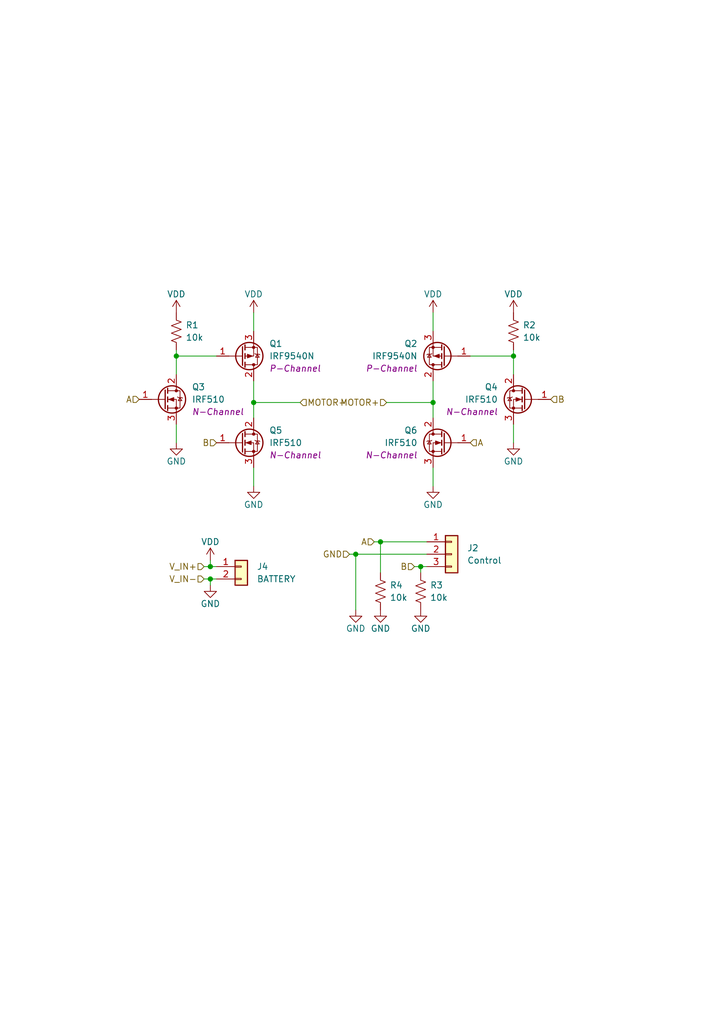
<source format=kicad_sch>
(kicad_sch (version 20230121) (generator eeschema)
  (paper "A5" portrait)
  (title_block (title "Puente H") (date "2024-01-11") (rev "v2.0") (company "Grupo 33 - Sistemas Electrónicos Digitales") (comment 1 "Adrián Teixeira de Uña") (comment 2 "Bogurad Barañski Barañska") (comment 3 "Juan Nicolás Jiménez Pérez"))
  (lib_symbols
    (symbol "Connector_Generic:Conn_01x02" (pin_names (offset 1.016) hide)
      (property "Reference" "J" (at 0 2.54 0))
      (property "Value" "Conn_01x02" (at 0 -5.08 0))
      (symbol "Conn_01x02_1_1"
        (rectangle (start -1.27 -2.413) (end 0 -2.667) (stroke (width 0.1524)))
        (rectangle (start -1.27 0.127) (end 0 -0.127) (stroke (width 0.1524)))
        (rectangle (start -1.27 1.27) (end 1.27 -3.81) (stroke (width 0.254)) (fill (type background)))
        (pin passive line (at -5.08 0 0) (length 3.81) (name "Pin_1") (number "1"))
        (pin passive line (at -5.08 -2.54 0) (length 3.81) (name "Pin_2") (number "2"))
      )
    )
    (symbol "Connector_Generic:Conn_01x03" (pin_names (offset 1.016) hide)
      (property "Reference" "J" (at 0 5.08 0))
      (property "Value" "Conn_01x03" (at 0 -5.08 0))
      (symbol "Conn_01x03_1_1"
        (rectangle (start -1.27 -2.413) (end 0 -2.667) (stroke (width 0.1524)))
        (rectangle (start -1.27 0.127) (end 0 -0.127) (stroke (width 0.1524)))
        (rectangle (start -1.27 2.667) (end 0 2.413) (stroke (width 0.1524)))
        (rectangle (start -1.27 3.81) (end 1.27 -3.81) (stroke (width 0.254)) (fill (type background)))
        (pin passive line (at -5.08 2.54 0) (length 3.81) (name "Pin_1") (number "1"))
        (pin passive line (at -5.08 0 0) (length 3.81) (name "Pin_2") (number "2"))
        (pin passive line (at -5.08 -2.54 0) (length 3.81) (name "Pin_3") (number "3"))
      )
    )
    (symbol "Device:R_US" (pin_numbers hide) (pin_names (offset 0))
      (property "Reference" "R" (at 2.54 0 90))
      (property "Value" "R_US" (at -2.54 0 90))
      (symbol "R_US_0_1"
        (polyline (pts (xy 0 -2.286) (xy 0 -2.54)))
        (polyline (pts (xy 0 2.286) (xy 0 2.54)))
        (polyline (pts (xy 0 -0.762) (xy 1.016 -1.143) (xy 0 -1.524) (xy -1.016 -1.905) (xy 0 -2.286)))
        (polyline (pts (xy 0 0.762) (xy 1.016 0.381) (xy 0 0) (xy -1.016 -0.381) (xy 0 -0.762)))
        (polyline (pts (xy 0 2.286) (xy 1.016 1.905) (xy 0 1.524) (xy -1.016 1.143) (xy 0 0.762)))
      )
      (symbol "R_US_1_1"
        (pin passive line (at 0 3.81 270) (length 1.27) (name "~") (number "1"))
        (pin passive line (at 0 -3.81 90) (length 1.27) (name "~") (number "2"))
      )
    )
    (symbol "Transistor_FET:IRF540N" (pin_names hide)
      (property "Reference" "Q" (at 6.35 1.905 0))
      (property "Value" "IRF540N" (at 6.35 0 0))
      (symbol "IRF540N_0_1"
        (polyline (pts (xy 0.254 0) (xy -2.54 0)))
        (polyline (pts (xy 0.254 1.905) (xy 0.254 -1.905)) (stroke (width 0.254)))
        (polyline (pts (xy 0.762 -1.27) (xy 0.762 -2.286)) (stroke (width 0.254)))
        (polyline (pts (xy 0.762 0.508) (xy 0.762 -0.508)) (stroke (width 0.254)))
        (polyline (pts (xy 0.762 2.286) (xy 0.762 1.27)) (stroke (width 0.254)))
        (polyline (pts (xy 2.54 2.54) (xy 2.54 1.778)))
        (polyline (pts (xy 2.54 -2.54) (xy 2.54 0) (xy 0.762 0)))
        (polyline (pts (xy 0.762 -1.778) (xy 3.302 -1.778) (xy 3.302 1.778) (xy 0.762 1.778)))
        (polyline (pts (xy 1.016 0) (xy 2.032 0.381) (xy 2.032 -0.381) (xy 1.016 0)) (fill (type outline)))
        (polyline (pts (xy 2.794 0.508) (xy 2.921 0.381) (xy 3.683 0.381) (xy 3.81 0.254)))
        (polyline (pts (xy 3.302 0.381) (xy 2.921 -0.254) (xy 3.683 -0.254) (xy 3.302 0.381)))
        (circle (center 1.651 0) (radius 2.794) (stroke (width 0.254)))
        (circle (center 2.54 -1.778) (radius 0.254) (fill (type outline)))
        (circle (center 2.54 1.778) (radius 0.254) (fill (type outline)))
      )
      (symbol "IRF540N_1_1"
        (pin input line (at -5.08 0 0) (length 2.54) (name "G") (number "1"))
        (pin passive line (at 2.54 5.08 270) (length 2.54) (name "D") (number "2"))
        (pin passive line (at 2.54 -5.08 90) (length 2.54) (name "S") (number "3"))
      )
    )
    (symbol "Transistor_FET:IRF9540N" (pin_names hide)
      (property "Reference" "Q" (at 5.08 1.905 0))
      (property "Value" "IRF9540N" (at 5.08 0 0))
      (symbol "IRF9540N_0_1"
        (polyline (pts (xy 0.254 0) (xy -2.54 0)))
        (polyline (pts (xy 0.254 1.905) (xy 0.254 -1.905)) (stroke (width 0.254)))
        (polyline (pts (xy 0.762 -1.27) (xy 0.762 -2.286)) (stroke (width 0.254)))
        (polyline (pts (xy 0.762 0.508) (xy 0.762 -0.508)) (stroke (width 0.254)))
        (polyline (pts (xy 0.762 2.286) (xy 0.762 1.27)) (stroke (width 0.254)))
        (polyline (pts (xy 2.54 2.54) (xy 2.54 1.778)))
        (polyline (pts (xy 2.54 -2.54) (xy 2.54 0) (xy 0.762 0)))
        (polyline (pts (xy 0.762 1.778) (xy 3.302 1.778) (xy 3.302 -1.778) (xy 0.762 -1.778)))
        (polyline (pts (xy 2.286 0) (xy 1.27 0.381) (xy 1.27 -0.381) (xy 2.286 0)) (fill (type outline)))
        (polyline (pts (xy 2.794 -0.508) (xy 2.921 -0.381) (xy 3.683 -0.381) (xy 3.81 -0.254)))
        (polyline (pts (xy 3.302 -0.381) (xy 2.921 0.254) (xy 3.683 0.254) (xy 3.302 -0.381)))
        (circle (center 1.651 0) (radius 2.794) (stroke (width 0.254)))
        (circle (center 2.54 -1.778) (radius 0.254) (fill (type outline)))
        (circle (center 2.54 1.778) (radius 0.254) (fill (type outline)))
      )
      (symbol "IRF9540N_1_1"
        (pin input line (at -5.08 0 0) (length 2.54) (name "G") (number "1"))
        (pin passive line (at 2.54 5.08 270) (length 2.54) (name "D") (number "2"))
        (pin passive line (at 2.54 -5.08 90) (length 2.54) (name "S") (number "3"))
      )
    )
    (symbol "power:GND" (power) (pin_names (offset 0))
      (property "Value" "GND" (at 0 -3.81 0))
      (symbol "GND_0_1"
        (polyline (pts (xy 0 0) (xy 0 -1.27) (xy 1.27 -1.27) (xy 0 -2.54) (xy -1.27 -1.27) (xy 0 -1.27)))
      )
      (symbol "GND_1_1"
        (pin power_in line (at 0 0 270) (length 0) hide (name "GND") (number "1"))
      )
    )
    (symbol "power:VDD" (power) (pin_names (offset 0))
      (property "Value" "VDD" (at 0 3.81 0))
      (symbol "VDD_0_1"
        (polyline (pts (xy -0.762 1.27) (xy 0 2.54)))
        (polyline (pts (xy 0 0) (xy 0 2.54)))
        (polyline (pts (xy 0 2.54) (xy 0.762 1.27)))
      )
      (symbol "VDD_1_1"
        (pin power_in line (at 0 0 90) (length 0) hide (name "VDD") (number "1"))
      )
    )
  )
  (junction (at 88.9 82.55))
  (junction (at 86.36 116.205))
  (junction (at 73.025 113.665))
  (junction (at 36.195 73.025))
  (junction (at 43.18 116.205))
  (junction (at 52.07 82.55))
  (junction (at 105.41 73.025))
  (junction (at 43.18 118.745))
  (junction (at 78.105 111.125))
  (wire (pts (xy 36.195 73.025) (xy 44.45 73.025)))
  (wire (pts (xy 88.9 78.105) (xy 88.9 82.55)))
  (wire (pts (xy 86.36 116.205) (xy 86.36 117.475)))
  (wire (pts (xy 78.105 111.125) (xy 78.105 117.475)))
  (wire (pts (xy 52.07 82.55) (xy 61.595 82.55)))
  (wire (pts (xy 78.105 111.125) (xy 87.63 111.125)))
  (wire (pts (xy 52.07 99.695) (xy 52.07 95.885)))
  (wire (pts (xy 43.18 118.745) (xy 43.18 120.015)))
  (wire (pts (xy 43.18 116.205) (xy 44.45 116.205)))
  (wire (pts (xy 36.195 73.025) (xy 36.195 76.835)))
  (wire (pts (xy 88.9 99.695) (xy 88.9 95.885)))
  (wire (pts (xy 43.18 116.205) (xy 43.18 114.935)))
  (wire (pts (xy 76.835 111.125) (xy 78.105 111.125)))
  (wire (pts (xy 52.07 82.55) (xy 52.07 85.725)))
  (wire (pts (xy 105.41 71.755) (xy 105.41 73.025)))
  (wire (pts (xy 85.09 116.205) (xy 86.36 116.205)))
  (wire (pts (xy 52.07 64.135) (xy 52.07 67.945)))
  (wire (pts (xy 88.9 82.55) (xy 88.9 85.725)))
  (wire (pts (xy 41.91 116.205) (xy 43.18 116.205)))
  (wire (pts (xy 36.195 71.755) (xy 36.195 73.025)))
  (wire (pts (xy 52.07 78.105) (xy 52.07 82.55)))
  (wire (pts (xy 71.755 113.665) (xy 73.025 113.665)))
  (wire (pts (xy 73.025 113.665) (xy 73.025 125.095)))
  (wire (pts (xy 73.025 113.665) (xy 87.63 113.665)))
  (wire (pts (xy 41.91 118.745) (xy 43.18 118.745)))
  (wire (pts (xy 105.41 76.835) (xy 105.41 73.025)))
  (wire (pts (xy 88.9 82.55) (xy 79.375 82.55)))
  (wire (pts (xy 88.9 64.135) (xy 88.9 67.945)))
  (wire (pts (xy 44.45 118.745) (xy 43.18 118.745)))
  (wire (pts (xy 36.195 90.805) (xy 36.195 86.995)))
  (wire (pts (xy 86.36 116.205) (xy 87.63 116.205)))
  (wire (pts (xy 105.41 90.805) (xy 105.41 86.995)))
  (wire (pts (xy 96.52 73.025) (xy 105.41 73.025)))
  (hierarchical_label "V_IN-" (shape input) (at 41.91 118.745 180))
  (hierarchical_label "B" (shape input) (at 85.09 116.205 180))
  (hierarchical_label "V_IN+" (shape input) (at 41.91 116.205 180))
  (hierarchical_label "A" (shape input) (at 76.835 111.125 180))
  (hierarchical_label "GND" (shape input) (at 71.755 113.665 180))
  (hierarchical_label "MOTOR-" (shape input) (at 61.595 82.55 0))
  (hierarchical_label "B" (shape input) (at 113.03 81.915 0))
  (hierarchical_label "B" (shape input) (at 44.45 90.805 180))
  (hierarchical_label "MOTOR+" (shape input) (at 79.375 82.55 180))
  (hierarchical_label "A" (shape input) (at 28.575 81.915 180))
  (hierarchical_label "A" (shape input) (at 96.52 90.805 0))
  (symbol (lib_id "Device:R_US") (at 86.36 121.285 0) (unit 1)
    (property "Reference" "R3" (at 88.265 120.015 0) (effects (justify left)))
    (property "Value" "10k" (at 88.265 122.555 0) (effects (justify left)))
    (property "Footprint" "Resistor_THT:R_Axial_DIN0309_L9.0mm_D3.2mm_P12.70mm_Horizontal" (effects hide))
  )
  (symbol (lib_id "Transistor_FET:IRF540N") (at 33.655 81.915 0) (unit 1)
    (property "Reference" "Q3" (at 39.37 79.375 0) (effects (justify left)))
    (property "Value" "IRF510" (at 39.37 81.915 0) (effects (justify left)))
    (property "Footprint" "Package_TO_SOT_THT:TO-220-3_Horizontal_TabDown" (effects hide))
    (property "Datasheet" "http://www.irf.com/product-info/datasheets/data/irf540n.pdf" (effects hide))
    (property "Comment" "N-Channel" (at 39.37 84.455 0) (effects (font italic) (justify left)))
  )
  (symbol (lib_id "power:VDD") (at 88.9 64.135 0) (unit 1)
    (property "Reference" "#PWR03" (effects hide))
    (property "Value" "VDD" (at 88.9 60.325 0))
  )
  (symbol (lib_id "Device:R_US") (at 78.105 121.285 0) (unit 1)
    (property "Reference" "R4" (at 80.01 120.015 0) (effects (justify left)))
    (property "Value" "10k" (at 80.01 122.555 0) (effects (justify left)))
    (property "Footprint" "Resistor_THT:R_Axial_DIN0309_L9.0mm_D3.2mm_P12.70mm_Horizontal" (effects hide))
  )
  (symbol (lib_id "power:GND") (at 86.36 125.095 0) (unit 1)
    (property "Reference" "#PWR05" (effects hide))
    (property "Value" "GND" (at 86.36 128.905 0))
  )
  (symbol (lib_id "Transistor_FET:IRF9540N") (at 49.53 73.025 0) (mirror x) (unit 1)
    (property "Reference" "Q1" (at 55.245 70.485 0) (effects (justify left)))
    (property "Value" "IRF9540N" (at 55.245 73.025 0) (effects (justify left)))
    (property "Footprint" "Package_TO_SOT_THT:TO-220-3_Horizontal_TabDown" (effects hide))
    (property "Datasheet" "http://www.irf.com/product-info/datasheets/data/irf9540n.pdf" (effects hide))
    (property "Comment" "P-Channel" (at 55.245 75.565 0) (effects (font italic) (justify left)))
  )
  (symbol (lib_id "power:VDD") (at 105.41 64.135 0) (unit 1)
    (property "Reference" "#PWR04" (effects hide))
    (property "Value" "VDD" (at 105.41 60.325 0))
  )
  (symbol (lib_id "Device:R_US") (at 105.41 67.945 0) (unit 1)
    (property "Reference" "R2" (at 107.315 66.675 0) (effects (justify left)))
    (property "Value" "10k" (at 107.315 69.215 0) (effects (justify left)))
    (property "Footprint" "Resistor_THT:R_Axial_DIN0309_L9.0mm_D3.2mm_P12.70mm_Horizontal" (effects hide))
  )
  (symbol (lib_id "power:GND") (at 52.07 99.695 0) (unit 1)
    (property "Reference" "#PWR010" (effects hide))
    (property "Value" "GND" (at 52.07 103.505 0))
  )
  (symbol (lib_id "power:VDD") (at 36.195 64.135 0) (unit 1)
    (property "Reference" "#PWR01" (effects hide))
    (property "Value" "VDD" (at 36.195 60.325 0))
  )
  (symbol (lib_id "power:GND") (at 43.18 120.015 0) (unit 1)
    (property "Reference" "#PWR014" (effects hide))
    (property "Value" "GND" (at 43.18 123.825 0))
  )
  (symbol (lib_id "Connector_Generic:Conn_01x03") (at 92.71 113.665 0) (unit 1)
    (property "Reference" "J2" (at 95.885 112.3949 0) (effects (justify left)))
    (property "Value" "Control" (at 95.885 114.9349 0) (effects (justify left)))
    (property "Footprint" "Connector_PinHeader_2.54mm:PinHeader_1x03_P2.54mm_Vertical" (effects hide))
  )
  (symbol (lib_id "Transistor_FET:IRF540N") (at 49.53 90.805 0) (unit 1)
    (property "Reference" "Q5" (at 55.245 88.265 0) (effects (justify left)))
    (property "Value" "IRF510" (at 55.245 90.805 0) (effects (justify left)))
    (property "Footprint" "Package_TO_SOT_THT:TO-220-3_Horizontal_TabDown" (effects hide))
    (property "Datasheet" "http://www.irf.com/product-info/datasheets/data/irf540n.pdf" (effects hide))
    (property "Comment" "N-Channel" (at 55.245 93.345 0) (effects (font italic) (justify left)))
  )
  (symbol (lib_id "power:VDD") (at 52.07 64.135 0) (unit 1)
    (property "Reference" "#PWR02" (effects hide))
    (property "Value" "VDD" (at 52.07 60.325 0))
  )
  (symbol (lib_id "power:GND") (at 105.41 90.805 0) (unit 1)
    (property "Reference" "#PWR07" (effects hide))
    (property "Value" "GND" (at 105.41 94.615 0))
  )
  (symbol (lib_id "Connector_Generic:Conn_01x02") (at 49.53 116.205 0) (unit 1)
    (property "Reference" "J4" (at 52.705 116.2049 0) (effects (justify left)))
    (property "Value" "BATTERY" (at 52.705 118.7449 0) (effects (justify left)))
    (property "Footprint" "TerminalBlock:TerminalBlock_Altech_AK300-2_P5.00mm" (effects hide))
  )
  (symbol (lib_id "power:GND") (at 36.195 90.805 0) (unit 1)
    (property "Reference" "#PWR06" (effects hide))
    (property "Value" "GND" (at 36.195 94.615 0))
  )
  (symbol (lib_id "Transistor_FET:IRF9540N") (at 91.44 73.025 180) (unit 1)
    (property "Reference" "Q2" (at 85.725 70.485 0) (effects (justify left)))
    (property "Value" "IRF9540N" (at 85.725 73.025 0) (effects (justify left)))
    (property "Footprint" "Package_TO_SOT_THT:TO-220-3_Horizontal_TabDown" (effects hide))
    (property "Datasheet" "http://www.irf.com/product-info/datasheets/data/irf9540n.pdf" (effects hide))
    (property "Comment" "P-Channel" (at 85.725 75.565 0) (effects (font italic) (justify left)))
  )
  (symbol (lib_id "Transistor_FET:IRF540N") (at 107.95 81.915 0) (mirror y) (unit 1)
    (property "Reference" "Q4" (at 102.235 79.375 0) (effects (justify left)))
    (property "Value" "IRF510" (at 102.235 81.915 0) (effects (justify left)))
    (property "Footprint" "Package_TO_SOT_THT:TO-220-3_Horizontal_TabDown" (effects hide))
    (property "Datasheet" "http://www.irf.com/product-info/datasheets/data/irf540n.pdf" (effects hide))
    (property "Comment" "N-Channel" (at 102.235 84.455 0) (effects (font italic) (justify left)))
  )
  (symbol (lib_id "power:GND") (at 78.105 125.095 0) (unit 1)
    (property "Reference" "#PWR08" (effects hide))
    (property "Value" "GND" (at 78.105 128.905 0))
  )
  (symbol (lib_id "Transistor_FET:IRF540N") (at 91.44 90.805 0) (mirror y) (unit 1)
    (property "Reference" "Q6" (at 85.725 88.265 0) (effects (justify left)))
    (property "Value" "IRF510" (at 85.725 90.805 0) (effects (justify left)))
    (property "Footprint" "Package_TO_SOT_THT:TO-220-3_Horizontal_TabDown" (effects hide))
    (property "Datasheet" "http://www.irf.com/product-info/datasheets/data/irf540n.pdf" (effects hide))
    (property "Comment" "N-Channel" (at 85.725 93.345 0) (effects (font italic) (justify left)))
  )
  (symbol (lib_id "power:GND") (at 88.9 99.695 0) (unit 1)
    (property "Reference" "#PWR011" (effects hide))
    (property "Value" "GND" (at 88.9 103.505 0))
  )
  (symbol (lib_id "power:VDD") (at 43.18 114.935 0) (unit 1)
    (property "Reference" "#PWR013" (effects hide))
    (property "Value" "VDD" (at 43.18 111.125 0))
  )
  (symbol (lib_id "Device:R_US") (at 36.195 67.945 0) (unit 1)
    (property "Reference" "R1" (at 38.1 66.675 0) (effects (justify left)))
    (property "Value" "10k" (at 38.1 69.215 0) (effects (justify left)))
    (property "Footprint" "Resistor_THT:R_Axial_DIN0309_L9.0mm_D3.2mm_P12.70mm_Horizontal" (effects hide))
  )
  (symbol (lib_id "power:GND") (at 73.025 125.095 0) (unit 1)
    (property "Reference" "#PWR012" (effects hide))
    (property "Value" "GND" (at 73.025 128.905 0))
  )
)
</source>
